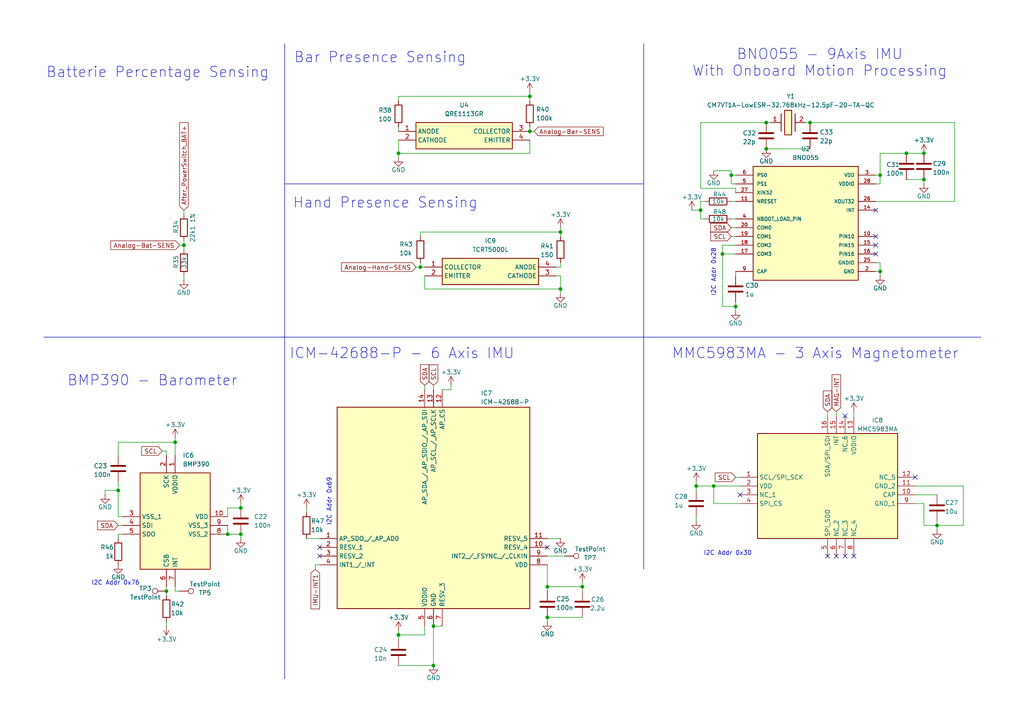
<source format=kicad_sch>
(kicad_sch (version 20231120) (generator "eeschema") (generator_version "8.0")
  (paper "A4")
  (title_block (title "Barbel Motion Tracker") (date "2024-08-16") (rev "1") (company "Thorben Horn"))
  (lib_symbols
    (symbol "BNO055:BNO055" (pin_names (offset 1.016))
      (property "Reference" "U" (at -14.7397 15.7562 0))
      (property "Value" "BNO055" (at -14.7607 -19.5962 0))
      (symbol "BNO055_0_0"
        (rectangle (start -15.24 15.24) (end 15.24 -17.78) (stroke (width 0.254)) (fill (type background)))
        (pin power_in line (at 20.32 -5.08 180) (length 5.08) (name "PIN10") (number "10"))
        (pin input line (at -20.32 5.08 0) (length 5.08) (name "NRESET") (number "11"))
        (pin output line (at 20.32 2.54 180) (length 5.08) (name "INT") (number "14"))
        (pin power_in line (at 20.32 -7.62 180) (length 5.08) (name "PIN15") (number "15"))
        (pin power_in line (at 20.32 -10.16 180) (length 5.08) (name "PIN16") (number "16"))
        (pin bidirectional line (at -20.32 -5.08 0) (length 5.08) (name "COM1") (number "19"))
        (pin power_in line (at 20.32 -15.24 180) (length 5.08) (name "GND") (number "2"))
        (pin bidirectional line (at -20.32 -2.54 0) (length 5.08) (name "COM0") (number "20"))
        (pin power_in line (at 20.32 -12.7 180) (length 5.08) (name "GNDIO") (number "25"))
        (pin output line (at 20.32 5.08 180) (length 5.08) (name "XOUT32") (number "26"))
        (pin input line (at -20.32 7.62 0) (length 5.08) (name "XIN32") (number "27"))
        (pin power_in line (at 20.32 10.16 180) (length 5.08) (name "VDDIO") (number "28"))
        (pin power_in line (at 20.32 12.7 180) (length 5.08) (name "VDD") (number "3"))
        (pin bidirectional line (at -20.32 0 0) (length 5.08) (name "NBOOT_LOAD_PIN") (number "4"))
        (pin input line (at -20.32 10.16 0) (length 5.08) (name "PS1") (number "5"))
        (pin input line (at -20.32 12.7 0) (length 5.08) (name "PS0") (number "6"))
        (pin passive line (at -20.32 -15.24 0) (length 5.08) (name "CAP") (number "9"))
      )
      (symbol "BNO055_1_0"
        (pin input line (at -20.32 -10.16 0) (length 5.08) (name "COM3") (number "17"))
        (pin input line (at -20.32 -7.62 0) (length 5.08) (name "COM2") (number "18"))
      )
    )
    (symbol "Connector:TestPoint" (pin_numbers hide) (pin_names (offset 0.762) hide)
      (property "Reference" "TP" (at 0 6.858 0))
      (property "Value" "TestPoint" (at 0 5.08 0))
      (symbol "TestPoint_0_1"
        (circle (center 0 3.302) (radius 0.762))
      )
      (symbol "TestPoint_1_1"
        (pin passive line (at 0 0 90) (length 2.54) (name "1") (number "1"))
      )
    )
    (symbol "Device:C" (pin_numbers hide) (pin_names (offset 0.254))
      (property "Reference" "C" (at 0.635 2.54 0))
      (property "Value" "C" (at 0.635 -2.54 0))
      (symbol "C_0_1"
        (polyline (pts (xy -2.032 -0.762) (xy 2.032 -0.762)) (stroke (width 0.508)))
        (polyline (pts (xy -2.032 0.762) (xy 2.032 0.762)) (stroke (width 0.508)))
      )
      (symbol "C_1_1"
        (pin passive line (at 0 3.81 270) (length 2.794) (name "~") (number "1"))
        (pin passive line (at 0 -3.81 90) (length 2.794) (name "~") (number "2"))
      )
    )
    (symbol "Device:R" (pin_numbers hide) (pin_names (offset 0))
      (property "Reference" "R" (at 2.032 0 90))
      (property "Value" "R" (at 0 0 90))
      (symbol "R_0_1"
        (rectangle (start -1.016 -2.54) (end 1.016 2.54) (stroke (width 0.254)))
      )
      (symbol "R_1_1"
        (pin passive line (at 0 3.81 270) (length 1.27) (name "~") (number "1"))
        (pin passive line (at 0 -3.81 90) (length 1.27) (name "~") (number "2"))
      )
    )
    (symbol "SamacSys_Parts:BMP390"
      (property "Reference" "IC" (at 26.67 17.78 0))
      (property "Value" "BMP390" (at 26.67 15.24 0))
      (symbol "BMP390_1_1"
        (rectangle (start 5.08 12.7) (end 25.4 -15.24) (stroke (width 0.254)) (fill (type background)))
        (pin passive line (at 15.24 17.78 270) (length 5.08) (name "VDDIO") (number "1"))
        (pin passive line (at 30.48 0 180) (length 5.08) (name "VDD") (number "10"))
        (pin passive line (at 12.7 17.78 270) (length 5.08) (name "SCK") (number "2"))
        (pin passive line (at 0 0 0) (length 5.08) (name "VSS_1") (number "3"))
        (pin passive line (at 0 -2.54 0) (length 5.08) (name "SDI") (number "4"))
        (pin passive line (at 0 -5.08 0) (length 5.08) (name "SDO") (number "5"))
        (pin passive line (at 12.7 -20.32 90) (length 5.08) (name "CSB") (number "6"))
        (pin passive line (at 15.24 -20.32 90) (length 5.08) (name "INT") (number "7"))
        (pin passive line (at 30.48 -5.08 180) (length 5.08) (name "VSS_2") (number "8"))
        (pin passive line (at 30.48 -2.54 180) (length 5.08) (name "VSS_3") (number "9"))
      )
    )
    (symbol "SamacSys_Parts:CM7VT1A-LowESR-32.768kHz-12.5pF-20-TA-QC" (pin_names hide)
      (property "Reference" "Y" (at 8.89 6.35 0))
      (property "Value" "CM7VT1A-LowESR-32.768kHz-12.5pF-20-TA-QC" (at 8.89 3.81 0))
      (symbol "CM7VT1A-LowESR-32.768kHz-12.5pF-20-TA-QC_1_1"
        (polyline (pts (xy 3.048 0) (xy 2.54 0)) (stroke (width 0.254)))
        (polyline (pts (xy 3.048 2.54) (xy 3.048 -2.54)) (stroke (width 0.254)))
        (polyline (pts (xy 7.112 0) (xy 7.62 0)) (stroke (width 0.254)))
        (polyline (pts (xy 7.112 2.54) (xy 7.112 -2.54)) (stroke (width 0.254)))
        (rectangle (start 4.064 3.556) (end 6.096 -3.556) (stroke (width 0.254)) (fill (type background)))
        (pin passive line (at 0 0 0) (length 2.54) (name "1") (number "1"))
        (pin passive line (at 10.16 0 180) (length 2.54) (name "2") (number "2"))
      )
    )
    (symbol "SamacSys_Parts:ICM-42688-P"
      (property "Reference" "IC" (at 62.23 43.18 0))
      (property "Value" "ICM-42688-P" (at 62.23 40.64 0))
      (symbol "ICM-42688-P_1_1"
        (rectangle (start 5.08 38.1) (end 60.96 -20.32) (stroke (width 0.254)) (fill (type background)))
        (pin passive line (at 0 0 0) (length 5.08) (name "AP_SDO_/_AP_AD0") (number "1"))
        (pin passive line (at 66.04 -2.54 180) (length 5.08) (name "RESV_4") (number "10"))
        (pin passive line (at 66.04 0 180) (length 5.08) (name "RESV_5") (number "11"))
        (pin passive line (at 35.56 43.18 270) (length 5.08) (name "AP_CS") (number "12"))
        (pin passive line (at 33.02 43.18 270) (length 5.08) (name "AP_SCL_/_AP_SCLK") (number "13"))
        (pin passive line (at 30.48 43.18 270) (length 5.08) (name "AP_SDA_/_AP_SDIO_/_AP_SDI") (number "14"))
        (pin passive line (at 0 -2.54 0) (length 5.08) (name "RESV_1") (number "2"))
        (pin passive line (at 0 -5.08 0) (length 5.08) (name "RESV_2") (number "3"))
        (pin passive line (at 0 -7.62 0) (length 5.08) (name "INT1_/_INT") (number "4"))
        (pin passive line (at 30.48 -25.4 90) (length 5.08) (name "VDDIO") (number "5"))
        (pin passive line (at 33.02 -25.4 90) (length 5.08) (name "GND") (number "6"))
        (pin passive line (at 35.56 -25.4 90) (length 5.08) (name "RESV_3") (number "7"))
        (pin passive line (at 66.04 -7.62 180) (length 5.08) (name "VDD") (number "8"))
        (pin passive line (at 66.04 -5.08 180) (length 5.08) (name "INT2_/_FSYNC_/_CLKIN") (number "9"))
      )
    )
    (symbol "SamacSys_Parts:MMC5983MA"
      (property "Reference" "IC" (at 36.83 25.4 0))
      (property "Value" "MMC5983MA" (at 36.83 22.86 0))
      (symbol "MMC5983MA_1_1"
        (rectangle (start 5.08 20.32) (end 35.56 -20.32) (stroke (width 0.254)) (fill (type background)))
        (pin passive line (at 22.86 25.4 270) (length 5.08) (name "SCL/SPI_SCK") (number "1"))
        (pin passive line (at 17.78 -25.4 90) (length 5.08) (name "CAP") (number "10"))
        (pin passive line (at 20.32 -25.4 90) (length 5.08) (name "GND_2") (number "11"))
        (pin passive line (at 22.86 -25.4 90) (length 5.08) (name "NC_5") (number "12"))
        (pin passive line (at 40.64 -7.62 180) (length 5.08) (name "VDDIO") (number "13"))
        (pin passive line (at 40.64 -5.08 180) (length 5.08) (name "NC_6") (number "14"))
        (pin passive line (at 40.64 -2.54 180) (length 5.08) (name "INT") (number "15"))
        (pin passive line (at 40.64 0 180) (length 5.08) (name "SDA/SPI_SDI") (number "16"))
        (pin passive line (at 20.32 25.4 270) (length 5.08) (name "VDD") (number "2"))
        (pin passive line (at 17.78 25.4 270) (length 5.08) (name "NC_1") (number "3"))
        (pin passive line (at 15.24 25.4 270) (length 5.08) (name "SPI_CS") (number "4"))
        (pin passive line (at 0 0 0) (length 5.08) (name "SPI_SDO") (number "5"))
        (pin passive line (at 0 -2.54 0) (length 5.08) (name "NC_2") (number "6"))
        (pin passive line (at 0 -5.08 0) (length 5.08) (name "NC_3") (number "7"))
        (pin passive line (at 0 -7.62 0) (length 5.08) (name "NC_4") (number "8"))
        (pin passive line (at 15.24 -25.4 90) (length 5.08) (name "GND_1") (number "9"))
      )
    )
    (symbol "SamacSys_Parts:QRE1113GR"
      (property "Reference" "U" (at 34.29 7.62 0))
      (property "Value" "QRE1113GR" (at 34.29 5.08 0))
      (symbol "QRE1113GR_1_1"
        (rectangle (start 5.08 2.54) (end 33.02 -5.08) (stroke (width 0.254)) (fill (type background)))
        (pin passive line (at 0 0 0) (length 5.08) (name "ANODE") (number "1"))
        (pin passive line (at 0 -2.54 0) (length 5.08) (name "CATHODE") (number "2"))
        (pin passive line (at 38.1 0 180) (length 5.08) (name "COLLECTOR") (number "3"))
        (pin passive line (at 38.1 -2.54 180) (length 5.08) (name "EMITTER") (number "4"))
      )
    )
    (symbol "SamacSys_Parts:TCRT5000L"
      (property "Reference" "IC" (at 34.29 7.62 0))
      (property "Value" "TCRT5000L" (at 34.29 5.08 0))
      (symbol "TCRT5000L_1_1"
        (rectangle (start 5.08 2.54) (end 33.02 -5.08) (stroke (width 0.254)) (fill (type background)))
        (pin passive line (at 0 0 0) (length 5.08) (name "COLLECTOR") (number "1"))
        (pin passive line (at 0 -2.54 0) (length 5.08) (name "EMITTER") (number "2"))
        (pin passive line (at 38.1 -2.54 180) (length 5.08) (name "CATHODE") (number "3"))
        (pin passive line (at 38.1 0 180) (length 5.08) (name "ANODE") (number "4"))
      )
    )
    (symbol "power:+3.3V" (power) (pin_numbers hide) (pin_names (offset 0) hide)
      (property "Value" "+3.3V" (at 0 3.556 0))
      (symbol "+3.3V_0_1"
        (polyline (pts (xy -0.762 1.27) (xy 0 2.54)))
        (polyline (pts (xy 0 0) (xy 0 2.54)))
        (polyline (pts (xy 0 2.54) (xy 0.762 1.27)))
      )
      (symbol "+3.3V_1_1"
        (pin power_in line (at 0 0 90) (length 0) (name "~") (number "1"))
      )
    )
    (symbol "power:GND" (power) (pin_numbers hide) (pin_names (offset 0) hide)
      (property "Value" "GND" (at 0 -3.81 0))
      (symbol "GND_0_1"
        (polyline (pts (xy 0 0) (xy 0 -1.27) (xy 1.27 -1.27) (xy 0 -2.54) (xy -1.27 -1.27) (xy 0 -1.27)))
      )
      (symbol "GND_1_1"
        (pin power_in line (at 0 0 270) (length 0) (name "~") (number "1"))
      )
    )
  )
  (junction (at 262.89 44.45))
  (junction (at 255.27 78.74))
  (junction (at 267.97 44.45))
  (junction (at 168.91 170.18))
  (junction (at 209.55 73.66))
  (junction (at 125.73 181.61))
  (junction (at 213.36 88.9))
  (junction (at 125.73 193.04))
  (junction (at 53.34 71.12))
  (junction (at 158.75 170.18))
  (junction (at 115.57 184.15))
  (junction (at 66.04 154.94))
  (junction (at 203.2 60.96))
  (junction (at 212.09 50.8))
  (junction (at 50.8 128.27))
  (junction (at 121.92 77.47))
  (junction (at 162.56 83.82))
  (junction (at 222.25 43.18))
  (junction (at 255.27 50.8))
  (junction (at 153.67 27.94))
  (junction (at 207.01 140.97))
  (junction (at 162.56 67.31))
  (junction (at 69.85 147.32))
  (junction (at 222.25 35.56))
  (junction (at 271.78 152.4))
  (junction (at 267.97 52.07))
  (junction (at 158.75 179.07))
  (junction (at 48.26 171.45))
  (junction (at 34.29 142.24))
  (junction (at 201.93 140.97))
  (junction (at 69.85 154.94))
  (junction (at 153.67 38.1))
  (junction (at 234.95 35.56))
  (junction (at 115.57 44.45))
  (no_connect (at 265.43 138.43))
  (no_connect (at 254 73.66))
  (no_connect (at 214.63 143.51))
  (no_connect (at 240.03 161.29))
  (no_connect (at 254 68.58))
  (no_connect (at 245.11 161.29))
  (no_connect (at 254 60.96))
  (no_connect (at 92.71 161.29))
  (no_connect (at 247.65 161.29))
  (no_connect (at 158.75 158.75))
  (no_connect (at 92.71 158.75))
  (no_connect (at 245.11 120.65))
  (no_connect (at 242.57 161.29))
  (no_connect (at 254 71.12))
  (wire (pts (xy 213.36 78.74) (xy 213.36 80.01)))
  (wire (pts (xy 123.19 83.82) (xy 162.56 83.82)))
  (wire (pts (xy 162.56 83.82) (xy 162.56 85.09)))
  (wire (pts (xy 50.8 171.45) (xy 52.07 171.45)))
  (wire (pts (xy 240.03 119.38) (xy 240.03 120.65)))
  (wire (pts (xy 161.29 80.01) (xy 162.56 80.01)))
  (wire (pts (xy 267.97 146.05) (xy 267.97 152.4)))
  (wire (pts (xy 123.19 184.15) (xy 115.57 184.15)))
  (wire (pts (xy 168.91 168.91) (xy 168.91 170.18)))
  (wire (pts (xy 203.2 58.42) (xy 203.2 60.96)))
  (wire (pts (xy 34.29 152.4) (xy 35.56 152.4)))
  (wire (pts (xy 212.09 58.42) (xy 213.36 58.42)))
  (wire (pts (xy 214.63 146.05) (xy 207.01 146.05)))
  (wire (pts (xy 115.57 193.04) (xy 125.73 193.04)))
  (wire (pts (xy 213.36 90.17) (xy 213.36 88.9)))
  (wire (pts (xy 52.07 71.12) (xy 53.34 71.12)))
  (wire (pts (xy 209.55 88.9) (xy 213.36 88.9)))
  (wire (pts (xy 203.2 54.61) (xy 213.36 54.61)))
  (wire (pts (xy 213.36 87.63) (xy 213.36 88.9)))
  (wire (pts (xy 130.81 113.03) (xy 128.27 113.03)))
  (wire (pts (xy 168.91 170.18) (xy 168.91 171.45)))
  (wire (pts (xy 69.85 154.94) (xy 69.85 156.21)))
  (wire (pts (xy 254 58.42) (xy 276.86 58.42)))
  (wire (pts (xy 48.26 170.18) (xy 48.26 171.45)))
  (wire (pts (xy 88.9 156.21) (xy 92.71 156.21)))
  (wire (pts (xy 279.4 152.4) (xy 271.78 152.4)))
  (wire (pts (xy 91.44 163.83) (xy 91.44 165.1)))
  (wire (pts (xy 34.29 142.24) (xy 34.29 149.86)))
  (wire (pts (xy 262.89 52.07) (xy 267.97 52.07)))
  (wire (pts (xy 125.73 181.61) (xy 125.73 193.04)))
  (wire (pts (xy 242.57 119.38) (xy 242.57 120.65)))
  (wire (pts (xy 212.09 50.8) (xy 213.36 50.8)))
  (wire (pts (xy 233.68 35.56) (xy 234.95 35.56)))
  (wire (pts (xy 48.26 180.34) (xy 48.26 181.61)))
  (wire (pts (xy 276.86 35.56) (xy 234.95 35.56)))
  (wire (pts (xy 203.2 60.96) (xy 203.2 63.5)))
  (wire (pts (xy 209.55 71.12) (xy 213.36 71.12)))
  (wire (pts (xy 200.66 60.96) (xy 203.2 60.96)))
  (wire (pts (xy 271.78 152.4) (xy 271.78 153.67)))
  (wire (pts (xy 69.85 146.05) (xy 69.85 147.32)))
  (wire (pts (xy 35.56 154.94) (xy 34.29 154.94)))
  (wire (pts (xy 115.57 27.94) (xy 153.67 27.94)))
  (wire (pts (xy 130.81 113.03) (xy 130.81 111.76)))
  (wire (pts (xy 115.57 36.83) (xy 115.57 38.1)))
  (wire (pts (xy 162.56 80.01) (xy 162.56 83.82)))
  (wire (pts (xy 222.25 35.56) (xy 223.52 35.56)))
  (wire (pts (xy 123.19 111.76) (xy 123.19 113.03)))
  (wire (pts (xy 255.27 50.8) (xy 254 50.8)))
  (wire (pts (xy 162.56 66.04) (xy 162.56 67.31)))
  (wire (pts (xy 115.57 27.94) (xy 115.57 29.21)))
  (wire (pts (xy 66.04 154.94) (xy 69.85 154.94)))
  (polyline (pts (xy 186.69 12.7) (xy 186.69 97.79)))
  (wire (pts (xy 121.92 67.31) (xy 162.56 67.31)))
  (polyline (pts (xy 82.55 97.79) (xy 82.55 196.85)))
  (wire (pts (xy 50.8 127) (xy 50.8 128.27)))
  (wire (pts (xy 201.93 139.7) (xy 201.93 140.97)))
  (wire (pts (xy 53.34 60.96) (xy 53.34 62.23)))
  (polyline (pts (xy 186.69 97.79) (xy 186.69 165.1)))
  (wire (pts (xy 222.25 43.18) (xy 234.95 43.18)))
  (wire (pts (xy 213.36 54.61) (xy 213.36 55.88)))
  (wire (pts (xy 209.55 73.66) (xy 209.55 88.9)))
  (wire (pts (xy 158.75 171.45) (xy 158.75 170.18)))
  (wire (pts (xy 162.56 77.47) (xy 162.56 76.2)))
  (wire (pts (xy 123.19 181.61) (xy 123.19 184.15)))
  (wire (pts (xy 46.99 130.81) (xy 48.26 130.81)))
  (wire (pts (xy 153.67 26.67) (xy 153.67 27.94)))
  (wire (pts (xy 207.01 140.97) (xy 214.63 140.97)))
  (wire (pts (xy 203.2 35.56) (xy 222.25 35.56)))
  (wire (pts (xy 34.29 139.7) (xy 34.29 142.24)))
  (wire (pts (xy 123.19 80.01) (xy 123.19 83.82)))
  (wire (pts (xy 161.29 77.47) (xy 162.56 77.47)))
  (wire (pts (xy 162.56 67.31) (xy 162.56 68.58)))
  (wire (pts (xy 50.8 170.18) (xy 50.8 171.45)))
  (wire (pts (xy 120.65 77.47) (xy 121.92 77.47)))
  (wire (pts (xy 53.34 80.01) (xy 53.34 81.28)))
  (wire (pts (xy 254 76.2) (xy 255.27 76.2)))
  (wire (pts (xy 212.09 68.58) (xy 213.36 68.58)))
  (wire (pts (xy 265.43 146.05) (xy 267.97 146.05)))
  (wire (pts (xy 212.09 66.04) (xy 213.36 66.04)))
  (wire (pts (xy 125.73 181.61) (xy 128.27 181.61)))
  (wire (pts (xy 153.67 40.64) (xy 153.67 44.45)))
  (wire (pts (xy 153.67 27.94) (xy 153.67 29.21)))
  (wire (pts (xy 262.89 44.45) (xy 267.97 44.45)))
  (wire (pts (xy 279.4 140.97) (xy 279.4 152.4)))
  (wire (pts (xy 158.75 180.34) (xy 158.75 179.07)))
  (wire (pts (xy 255.27 44.45) (xy 262.89 44.45)))
  (wire (pts (xy 212.09 53.34) (xy 213.36 53.34)))
  (wire (pts (xy 255.27 44.45) (xy 255.27 50.8)))
  (wire (pts (xy 158.75 170.18) (xy 158.75 163.83)))
  (wire (pts (xy 158.75 170.18) (xy 168.91 170.18)))
  (wire (pts (xy 207.01 146.05) (xy 207.01 140.97)))
  (wire (pts (xy 203.2 63.5) (xy 204.47 63.5)))
  (wire (pts (xy 254 78.74) (xy 255.27 78.74)))
  (wire (pts (xy 212.09 50.8) (xy 212.09 53.34)))
  (wire (pts (xy 125.73 111.76) (xy 125.73 113.03)))
  (wire (pts (xy 34.29 154.94) (xy 34.29 156.21)))
  (wire (pts (xy 209.55 71.12) (xy 209.55 73.66)))
  (wire (pts (xy 121.92 77.47) (xy 123.19 77.47)))
  (wire (pts (xy 265.43 140.97) (xy 279.4 140.97)))
  (polyline (pts (xy 82.55 53.34) (xy 186.69 53.34)))
  (polyline (pts (xy 82.55 12.7) (xy 82.55 97.79)))
  (wire (pts (xy 69.85 147.32) (xy 66.04 147.32)))
  (wire (pts (xy 30.48 142.24) (xy 30.48 143.51)))
  (wire (pts (xy 34.29 149.86) (xy 35.56 149.86)))
  (wire (pts (xy 53.34 71.12) (xy 53.34 72.39)))
  (wire (pts (xy 115.57 44.45) (xy 115.57 45.72)))
  (wire (pts (xy 34.29 142.24) (xy 30.48 142.24)))
  (wire (pts (xy 203.2 54.61) (xy 203.2 35.56)))
  (wire (pts (xy 271.78 151.13) (xy 271.78 152.4)))
  (wire (pts (xy 267.97 152.4) (xy 271.78 152.4)))
  (wire (pts (xy 209.55 73.66) (xy 213.36 73.66)))
  (wire (pts (xy 203.2 58.42) (xy 204.47 58.42)))
  (wire (pts (xy 158.75 179.07) (xy 168.91 179.07)))
  (wire (pts (xy 153.67 38.1) (xy 154.94 38.1)))
  (wire (pts (xy 34.29 128.27) (xy 34.29 132.08)))
  (wire (pts (xy 121.92 68.58) (xy 121.92 67.31)))
  (wire (pts (xy 115.57 44.45) (xy 153.67 44.45)))
  (wire (pts (xy 115.57 182.88) (xy 115.57 184.15)))
  (wire (pts (xy 115.57 184.15) (xy 115.57 185.42)))
  (wire (pts (xy 115.57 40.64) (xy 115.57 44.45)))
  (wire (pts (xy 88.9 147.32) (xy 88.9 148.59)))
  (wire (pts (xy 213.36 138.43) (xy 214.63 138.43)))
  (wire (pts (xy 212.09 50.8) (xy 212.09 49.53)))
  (wire (pts (xy 255.27 78.74) (xy 255.27 80.01)))
  (wire (pts (xy 53.34 69.85) (xy 53.34 71.12)))
  (wire (pts (xy 48.26 130.81) (xy 48.26 132.08)))
  (wire (pts (xy 201.93 149.86) (xy 201.93 151.13)))
  (wire (pts (xy 267.97 52.07) (xy 267.97 53.34)))
  (wire (pts (xy 201.93 140.97) (xy 201.93 142.24)))
  (wire (pts (xy 66.04 149.86) (xy 66.04 147.32)))
  (wire (pts (xy 158.75 156.21) (xy 162.56 156.21)))
  (wire (pts (xy 201.93 140.97) (xy 207.01 140.97)))
  (wire (pts (xy 158.75 161.29) (xy 163.83 161.29)))
  (wire (pts (xy 255.27 50.8) (xy 255.27 53.34)))
  (wire (pts (xy 212.09 63.5) (xy 213.36 63.5)))
  (wire (pts (xy 255.27 53.34) (xy 254 53.34)))
  (wire (pts (xy 48.26 171.45) (xy 48.26 172.72)))
  (wire (pts (xy 50.8 132.08) (xy 50.8 128.27)))
  (wire (pts (xy 92.71 163.83) (xy 91.44 163.83)))
  (wire (pts (xy 34.29 128.27) (xy 50.8 128.27)))
  (polyline (pts (xy 12.7 97.79) (xy 284.48 97.79)))
  (wire (pts (xy 121.92 76.2) (xy 121.92 77.47)))
  (wire (pts (xy 247.65 119.38) (xy 247.65 120.65)))
  (wire (pts (xy 207.01 49.53) (xy 212.09 49.53)))
  (wire (pts (xy 66.04 152.4) (xy 66.04 154.94)))
  (wire (pts (xy 153.67 36.83) (xy 153.67 38.1)))
  (wire (pts (xy 276.86 58.42) (xy 276.86 35.56)))
  (wire (pts (xy 255.27 76.2) (xy 255.27 78.74)))
  (wire (pts (xy 265.43 143.51) (xy 271.78 143.51)))
  (text "BMP390 - Barometer" (at 44.196 110.49 0) (effects (font (size 3 3))))
  (text "I2C Addr 0x28" (at 207.01 78.994 90) (effects (font (size 1.27 1.27))))
  (text "Batterie Percentage Sensing" (at 45.72 21.082 0) (effects (font (size 3 3))))
  (text "ICM-42688-P - 6 Axis IMU" (at 116.586 102.616 0) (effects (font (size 3 3))))
  (text "BNO055 - 9Axis IMU\nWith Onboard Motion Processing" (at 237.744 18.288 0) (effects (font (size 3 3))))
  (text "MMC5983MA - 3 Axis Magnetometer" (at 236.474 102.616 0) (effects (font (size 3 3))))
  (text "Hand Presence Sensing" (at 111.76 58.928 0) (effects (font (size 3 3))))
  (text "I2C Addr 0x69" (at 95.504 145.542 90) (effects (font (size 1.27 1.27))))
  (text "I2C Addr 0x76" (at 33.528 169.164 0) (effects (font (size 1.27 1.27))))
  (text "Bar Presence Sensing" (at 110.236 16.764 0) (effects (font (size 3 3))))
  (text "I2C Addr 0x30" (at 211.074 160.528 0) (effects (font (size 1.27 1.27))))
  (global_label "SCL" (shape input) (at 212.09 68.58 180) (property "Intersheetrefs" "${INTERSHEET_REFS}" (effects (hide yes))))
  (global_label "SDA" (shape input) (at 212.09 66.04 180) (property "Intersheetrefs" "${INTERSHEET_REFS}" (effects (hide yes))))
  (global_label "SCL" (shape input) (at 46.99 130.81 180) (property "Intersheetrefs" "${INTERSHEET_REFS}" (effects (hide yes))))
  (global_label "Analog-Bar-SENS" (shape input) (at 154.94 38.1 0) (property "Intersheetrefs" "${INTERSHEET_REFS}" (effects (hide yes))))
  (global_label "MAG-INT" (shape input) (at 242.57 119.38 90) (property "Intersheetrefs" "${INTERSHEET_REFS}" (effects (hide yes))))
  (global_label "After_PowerSwitch_BAT+" (shape input) (at 53.34 60.96 90) (property "Intersheetrefs" "${INTERSHEET_REFS}" (effects (hide yes))))
  (global_label "SCL" (shape input) (at 125.73 111.76 90) (property "Intersheetrefs" "${INTERSHEET_REFS}" (effects (hide yes))))
  (global_label "SDA" (shape input) (at 34.29 152.4 180) (property "Intersheetrefs" "${INTERSHEET_REFS}" (effects (hide yes))))
  (global_label "SCL" (shape input) (at 213.36 138.43 180) (property "Intersheetrefs" "${INTERSHEET_REFS}" (effects (hide yes))))
  (global_label "SDA" (shape input) (at 123.19 111.76 90) (property "Intersheetrefs" "${INTERSHEET_REFS}" (effects (hide yes))))
  (global_label "IMU-INT1" (shape input) (at 91.44 165.1 270) (property "Intersheetrefs" "${INTERSHEET_REFS}" (effects (hide yes))))
  (global_label "Analog-Hand-SENS" (shape input) (at 120.65 77.47 180) (property "Intersheetrefs" "${INTERSHEET_REFS}" (effects (hide yes))))
  (global_label "Analog-Bat-SENS" (shape input) (at 52.07 71.12 180) (property "Intersheetrefs" "${INTERSHEET_REFS}" (effects (hide yes))))
  (global_label "SDA" (shape input) (at 240.03 119.38 90) (property "Intersheetrefs" "${INTERSHEET_REFS}" (effects (hide yes))))
  (symbol (lib_id "Device:R") (at 153.67 33.02 0) (unit 1)
    (property "Reference" "R40" (at 155.448 31.75 0) (effects (justify left)))
    (property "Value" "100k" (at 155.448 34.29 0) (effects (justify left)))
    (property "Footprint" "Resistor_SMD:R_0603_1608Metric" (effects (hide yes)))
    (property "Description" "Resistor" (effects (hide yes)))
    (property "MANUFACTURER" "https://www.mouser.de/ProductDetail/KOA-Speer/RK73B1JTTD104J?qs=oWZKZnQ95OoPzlg%252BHmLYKg%3D%3D" (effects (hide yes)))
  )
  (symbol (lib_id "power:GND") (at 267.97 53.34 0) (unit 1)
    (property "Reference" "#PWR067" (effects (hide yes)))
    (property "Value" "GND" (at 267.97 56.896 0))
    (property "Description" "Power symbol creates a global label with name \"GND\" , ground" (effects (hide yes)))
  )
  (symbol (lib_id "power:GND") (at 125.73 193.04 0) (unit 1)
    (property "Reference" "#PWR051" (effects (hide yes)))
    (property "Value" "GND" (at 125.73 196.596 0))
    (property "Description" "Power symbol creates a global label with name \"GND\" , ground" (effects (hide yes)))
  )
  (symbol (lib_id "power:GND") (at 115.57 45.72 0) (unit 1)
    (property "Reference" "#PWR040" (effects (hide yes)))
    (property "Value" "GND" (at 115.57 49.276 0))
    (property "Description" "Power symbol creates a global label with name \"GND\" , ground" (effects (hide yes)))
  )
  (symbol (lib_id "power:+3.3V") (at 267.97 44.45 0) (unit 1)
    (property "Reference" "#PWR068" (effects (hide yes)))
    (property "Value" "+3.3V" (at 267.97 40.64 0))
    (property "Description" "Power symbol creates a global label with name \"+3.3V\"" (effects (hide yes)))
  )
  (symbol (lib_id "power:GND") (at 30.48 143.51 0) (unit 1)
    (property "Reference" "#PWR045" (effects (hide yes)))
    (property "Value" "GND" (at 30.48 147.066 0))
    (property "Description" "Power symbol creates a global label with name \"GND\" , ground" (effects (hide yes)))
  )
  (symbol (lib_id "power:GND") (at 69.85 156.21 0) (unit 1)
    (property "Reference" "#PWR044" (effects (hide yes)))
    (property "Value" "GND" (at 69.85 159.766 0))
    (property "Description" "Power symbol creates a global label with name \"GND\" , ground" (effects (hide yes)))
  )
  (symbol (lib_id "power:+3.3V") (at 168.91 168.91 0) (unit 1)
    (property "Reference" "#PWR055" (effects (hide yes)))
    (property "Value" "+3.3V" (at 168.91 165.1 0))
    (property "Description" "Power symbol creates a global label with name \"+3.3V\"" (effects (hide yes)))
  )
  (symbol (lib_id "SamacSys_Parts:CM7VT1A-LowESR-32.768kHz-12.5pF-20-TA-QC") (at 223.52 35.56 0) (unit 1)
    (property "Reference" "Y1" (at 229.362 27.94 0))
    (property "Value" "CM7VT1A-LowESR-32.768kHz-12.5pF-20-TA-QC" (at 229.362 30.48 0))
    (property "Footprint" "SamacSys_Parts:CM7V32768TBQA020" (effects (hide yes)))
    (property "Datasheet" "https://www.mouser.de/datasheet/2/530/CM7V-T1A_Low-ESR-1023066.pdf" (effects (hide yes)))
    (property "Description" "CM7V-T1A Crystal SMD 32.768kHz 3.2x1.5mm Crystal 32.768kHz, +/-10ppm, 2-Pin SMD, 3.2 x 1.5 x 0.65mm" (effects (hide yes)))
    (property "Height" "0.65" (effects (hide yes)))
    (property "Mouser Part Number" "428-202740-MG01" (effects (hide yes)))
    (property "Mouser Price/Stock" "https://www.mouser.co.uk/ProductDetail/Micro-Crystal/CM7VT1A-LowESR-32.768kHz-12.5pF-20-TA-QC?qs=7bTaA%2FLYtSb9sGyaSoscAA%3D%3D" (effects (hide yes)))
    (property "Manufacturer_Name" "Micro Crystal AG" (effects (hide yes)))
    (property "Manufacturer_Part_Number" "CM7VT1A-LowESR-32.768kHz-12.5pF-20-TA-QC" (effects (hide yes)))
    (property "MANUFACTURER" "https://www.mouser.de/ProductDetail/Micro-Crystal/CM7VT1A-LowESR-32.768kHz-12.5pF-20-TA-QC?qs=7bTaA%2FLYtSb9sGyaSoscAA%3D%3D" (effects (hide yes)))
  )
  (symbol (lib_id "Device:R") (at 34.29 160.02 0) (mirror y) (unit 1)
    (property "Reference" "R46" (at 33.02 158.75 0) (effects (justify left)))
    (property "Value" "1k" (at 33.02 161.29 0) (effects (justify left)))
    (property "Footprint" "Resistor_SMD:R_0603_1608Metric" (effects (hide yes)))
    (property "Description" "Resistor" (effects (hide yes)))
    (property "MANUFACTURER" "https://www.mouser.de/ProductDetail/SEI-Stackpole/RMCF0603JT1K00?qs=FESYatJ8odK3lrUeqnFxyg%3D%3D" (effects (hide yes)))
  )
  (symbol (lib_id "power:+3.3V") (at 69.85 146.05 0) (unit 1)
    (property "Reference" "#PWR049" (effects (hide yes)))
    (property "Value" "+3.3V" (at 69.85 142.24 0))
    (property "Description" "Power symbol creates a global label with name \"+3.3V\"" (effects (hide yes)))
  )
  (symbol (lib_id "power:+3.3V") (at 88.9 147.32 0) (unit 1)
    (property "Reference" "#PWR057" (effects (hide yes)))
    (property "Value" "+3.3V" (at 88.9 143.51 0))
    (property "Description" "Power symbol creates a global label with name \"+3.3V\"" (effects (hide yes)))
  )
  (symbol (lib_id "Connector:TestPoint") (at 52.07 171.45 270) (unit 1)
    (property "Reference" "TP5" (at 59.436 171.958 90))
    (property "Value" "TestPoint" (at 59.436 169.418 90))
    (property "Footprint" "TestPoint:TestPoint_Pad_D1.0mm" (effects (hide yes)))
    (property "Description" "test point" (effects (hide yes)))
    (property "MANUFACTURER" "x" (effects (hide yes)))
  )
  (symbol (lib_id "SamacSys_Parts:TCRT5000L") (at 123.19 77.47 0) (unit 1)
    (property "Reference" "IC9" (at 142.24 69.85 0))
    (property "Value" "TCRT5000L" (at 142.24 72.39 0))
    (property "Footprint" "SamacSys_Parts:TCRT5000L" (effects (hide yes)))
    (property "Datasheet" "https://datasheet.datasheetarchive.com/originals/distributors/Datasheets-310/86882.pdf" (effects (hide yes)))
    (property "Description" "Photointerrupter Reflective Phototransi Vishay TCRT5000L PCB Through Hole Reflective Optical Sensor, Transistor Output 2, Leaded Package" (effects (hide yes)))
    (property "Mouser Part Number" "782-TCRT5000L" (effects (hide yes)))
    (property "Mouser Price/Stock" "https://www.mouser.co.uk/ProductDetail/Vishay-Semiconductors/TCRT5000L?qs=%2Fjqivxn91cdBAizhsWilRQ%3D%3D" (effects (hide yes)))
    (property "Manufacturer_Name" "Vishay" (effects (hide yes)))
    (property "Manufacturer_Part_Number" "TCRT5000L" (effects (hide yes)))
    (property "MANUFACTURER" "x" (effects (hide yes)))
  )
  (symbol (lib_id "power:+3.3V") (at 153.67 26.67 0) (unit 1)
    (property "Reference" "#PWR039" (effects (hide yes)))
    (property "Value" "+3.3V" (at 153.67 22.86 0))
    (property "Description" "Power symbol creates a global label with name \"+3.3V\"" (effects (hide yes)))
  )
  (symbol (lib_id "Device:R") (at 162.56 72.39 0) (unit 1)
    (property "Reference" "R41" (at 156.718 71.374 0) (effects (justify left)))
    (property "Value" "150" (at 156.718 73.914 0) (effects (justify left)))
    (property "Footprint" "Resistor_SMD:R_1206_3216Metric" (effects (hide yes)))
    (property "Description" "Resistor" (effects (hide yes)))
    (property "MANUFACTURER" "https://www.mouser.de/ProductDetail/SEI-Stackpole/RMCF1206FT150R?qs=FESYatJ8odLkolV8r9Jutw%3D%3D" (effects (hide yes)))
  )
  (symbol (lib_id "power:GND") (at 207.01 49.53 0) (unit 1)
    (property "Reference" "#PWR072" (effects (hide yes)))
    (property "Value" "GND" (at 207.01 53.086 0))
    (property "Description" "Power symbol creates a global label with name \"GND\" , ground" (effects (hide yes)))
  )
  (symbol (lib_id "power:+3.3V") (at 130.81 111.76 0) (unit 1)
    (property "Reference" "#PWR056" (effects (hide yes)))
    (property "Value" "+3.3V" (at 130.81 107.95 0))
    (property "Description" "Power symbol creates a global label with name \"+3.3V\"" (effects (hide yes)))
  )
  (symbol (lib_id "power:GND") (at 162.56 156.21 0) (unit 1)
    (property "Reference" "#PWR052" (effects (hide yes)))
    (property "Value" "GND" (at 162.56 159.766 0))
    (property "Description" "Power symbol creates a global label with name \"GND\" , ground" (effects (hide yes)))
  )
  (symbol (lib_id "Device:C") (at 201.93 146.05 0) (unit 1)
    (property "Reference" "C28" (at 195.58 144.018 0) (effects (justify left)))
    (property "Value" "1u" (at 195.58 146.558 0) (effects (justify left)))
    (property "Footprint" "Capacitor_SMD:C_0603_1608Metric" (effects (hide yes)))
    (property "Description" "Unpolarized capacitor" (effects (hide yes)))
    (property "MANUFACTURER" "https://www.mouser.de/ProductDetail/Samsung-Electro-Mechanics/CL10B105KB8NQNC?qs=Jm2GQyTW%2FbjBq1uiSyA2AQ%3D%3D" (effects (hide yes)))
  )
  (symbol (lib_id "Device:R") (at 121.92 72.39 0) (unit 1)
    (property "Reference" "R43" (at 115.824 70.866 0) (effects (justify left)))
    (property "Value" "10k" (at 115.824 73.406 0) (effects (justify left)))
    (property "Footprint" "Resistor_SMD:R_0603_1608Metric" (effects (hide yes)))
    (property "Description" "Resistor" (effects (hide yes)))
    (property "MANUFACTURER" "https://www.mouser.de/ProductDetail/Bourns/CR0603-FX-1002ELF?qs=sGAEpiMZZMtlubZbdhIBIB2E0CzLGwMI9GXOCnit%2Fjs%3D" (effects (hide yes)))
  )
  (symbol (lib_id "Device:C") (at 34.29 135.89 0) (unit 1)
    (property "Reference" "C23" (at 27.178 135.128 0) (effects (justify left)))
    (property "Value" "100n" (at 27.178 137.668 0) (effects (justify left)))
    (property "Footprint" "Capacitor_SMD:C_0603_1608Metric" (effects (hide yes)))
    (property "Description" "Unpolarized capacitor" (effects (hide yes)))
    (property "MANUFACTURER" "https://www.mouser.de/ProductDetail/KYOCERA-AVX/KAM15AR71C104KM?qs=Jm2GQyTW%2FbjvjfiJhcHTCg%3D%3D" (effects (hide yes)))
  )
  (symbol (lib_id "power:+3.3V") (at 200.66 60.96 0) (unit 1)
    (property "Reference" "#PWR058" (effects (hide yes)))
    (property "Value" "+3.3V" (at 200.66 57.15 0))
    (property "Description" "Power symbol creates a global label with name \"+3.3V\"" (effects (hide yes)))
  )
  (symbol (lib_id "power:+3.3V") (at 50.8 127 0) (unit 1)
    (property "Reference" "#PWR046" (effects (hide yes)))
    (property "Value" "+3.3V" (at 50.8 123.19 0))
    (property "Description" "Power symbol creates a global label with name \"+3.3V\"" (effects (hide yes)))
  )
  (symbol (lib_id "Device:C") (at 168.91 175.26 0) (unit 1)
    (property "Reference" "C26" (at 173.355 173.863 0))
    (property "Value" "2.2u" (at 173.355 176.403 0))
    (property "Footprint" "Capacitor_SMD:C_0603_1608Metric" (effects (hide yes)))
    (property "Description" "Unpolarized capacitor" (effects (hide yes)))
    (property "MANUFACTURER" "https://www.mouser.de/ProductDetail/Murata-Electronics/GRM188Z71E225ME43D?qs=Ey7%2FXF42M3d7CNtJRoF6Lg%3D%3D" (effects (hide yes)))
  )
  (symbol (lib_id "Connector:TestPoint") (at 48.26 171.45 90) (unit 1)
    (property "Reference" "TP3" (at 42.164 170.688 90))
    (property "Value" "TestPoint" (at 42.164 173.228 90))
    (property "Footprint" "TestPoint:TestPoint_Pad_D1.0mm" (effects (hide yes)))
    (property "Description" "test point" (effects (hide yes)))
    (property "MANUFACTURER" "x" (effects (hide yes)))
  )
  (symbol (lib_id "Device:C") (at 262.89 48.26 0) (unit 1)
    (property "Reference" "C31" (at 257.048 47.752 0) (effects (justify left)))
    (property "Value" "100n" (at 257.048 50.292 0) (effects (justify left)))
    (property "Footprint" "Capacitor_SMD:C_0603_1608Metric" (effects (hide yes)))
    (property "Description" "Unpolarized capacitor" (effects (hide yes)))
    (property "MANUFACTURER" "https://www.mouser.de/ProductDetail/KYOCERA-AVX/KAM15AR71C104KM?qs=Jm2GQyTW%2FbjvjfiJhcHTCg%3D%3D" (effects (hide yes)))
  )
  (symbol (lib_id "Device:C") (at 158.75 175.26 0) (unit 1)
    (property "Reference" "C25" (at 161.29 173.736 0) (effects (justify left)))
    (property "Value" "100n" (at 161.29 176.276 0) (effects (justify left)))
    (property "Footprint" "Capacitor_SMD:C_0603_1608Metric" (effects (hide yes)))
    (property "Description" "Unpolarized capacitor" (effects (hide yes)))
    (property "MANUFACTURER" "https://www.mouser.de/ProductDetail/KYOCERA-AVX/KAM15AR71C104KM?qs=Jm2GQyTW%2FbjvjfiJhcHTCg%3D%3D" (effects (hide yes)))
  )
  (symbol (lib_id "Device:C") (at 222.25 39.37 0) (unit 1)
    (property "Reference" "C32" (at 215.392 38.608 0) (effects (justify left)))
    (property "Value" "22p" (at 215.392 41.148 0) (effects (justify left)))
    (property "Footprint" "Capacitor_SMD:C_0402_1005Metric" (effects (hide yes)))
    (property "Description" "Unpolarized capacitor" (effects (hide yes)))
    (property "MANUFACTURER" "https://www.mouser.de/ProductDetail/Murata-Electronics/GRM0225C1H220GA02L?qs=lEfY3O89AqnY%252B04n7ziL7Q%3D%3D" (effects (hide yes)))
  )
  (symbol (lib_id "Device:R") (at 48.26 176.53 0) (unit 1)
    (property "Reference" "R42" (at 49.53 175.26 0) (effects (justify left)))
    (property "Value" "10k" (at 49.53 177.8 0) (effects (justify left)))
    (property "Footprint" "Resistor_SMD:R_0603_1608Metric" (effects (hide yes)))
    (property "Description" "Resistor" (effects (hide yes)))
    (property "MANUFACTURER" "https://www.mouser.de/ProductDetail/Bourns/CR0603-FX-1002ELF?qs=sGAEpiMZZMtlubZbdhIBIB2E0CzLGwMI9GXOCnit%2Fjs%3D" (effects (hide yes)))
  )
  (symbol (lib_id "power:GND") (at 255.27 80.01 0) (unit 1)
    (property "Reference" "#PWR065" (effects (hide yes)))
    (property "Value" "GND" (at 255.27 83.566 0))
    (property "Description" "Power symbol creates a global label with name \"GND\" , ground" (effects (hide yes)))
  )
  (symbol (lib_id "Device:R") (at 208.28 58.42 270) (unit 1)
    (property "Reference" "R44" (at 206.756 56.388 90) (effects (justify left)))
    (property "Value" "10k" (at 206.502 58.42 90) (effects (justify left)))
    (property "Footprint" "Resistor_SMD:R_0603_1608Metric" (effects (hide yes)))
    (property "Description" "Resistor" (effects (hide yes)))
    (property "MANUFACTURER" "https://www.mouser.de/ProductDetail/Bourns/CR0603-FX-1002ELF?qs=sGAEpiMZZMtlubZbdhIBIB2E0CzLGwMI9GXOCnit%2Fjs%3D" (effects (hide yes)))
  )
  (symbol (lib_id "power:+3.3V") (at 48.26 181.61 180) (unit 1)
    (property "Reference" "#PWR050" (effects (hide yes)))
    (property "Value" "+3.3V" (at 48.26 185.42 0))
    (property "Description" "Power symbol creates a global label with name \"+3.3V\"" (effects (hide yes)))
  )
  (symbol (lib_id "power:+3.3V") (at 201.93 139.7 0) (unit 1)
    (property "Reference" "#PWR061" (effects (hide yes)))
    (property "Value" "+3.3V" (at 201.93 135.89 0))
    (property "Description" "Power symbol creates a global label with name \"+3.3V\"" (effects (hide yes)))
  )
  (symbol (lib_id "power:GND") (at 201.93 151.13 0) (unit 1)
    (property "Reference" "#PWR060" (effects (hide yes)))
    (property "Value" "GND" (at 201.93 154.686 0))
    (property "Description" "Power symbol creates a global label with name \"GND\" , ground" (effects (hide yes)))
  )
  (symbol (lib_id "power:GND") (at 34.29 163.83 0) (unit 1)
    (property "Reference" "#PWR048" (effects (hide yes)))
    (property "Value" "GND" (at 34.29 167.386 0))
    (property "Description" "Power symbol creates a global label with name \"GND\" , ground" (effects (hide yes)))
  )
  (symbol (lib_id "power:GND") (at 271.78 153.67 0) (unit 1)
    (property "Reference" "#PWR062" (effects (hide yes)))
    (property "Value" "GND" (at 271.78 157.226 0))
    (property "Description" "Power symbol creates a global label with name \"GND\" , ground" (effects (hide yes)))
  )
  (symbol (lib_id "power:+3.3V") (at 162.56 66.04 0) (unit 1)
    (property "Reference" "#PWR042" (effects (hide yes)))
    (property "Value" "+3.3V" (at 162.56 62.23 0))
    (property "Description" "Power symbol creates a global label with name \"+3.3V\"" (effects (hide yes)))
  )
  (symbol (lib_id "Device:R") (at 53.34 76.2 180) (unit 1)
    (property "Reference" "R35" (at 51.054 75.946 90))
    (property "Value" "33k" (at 53.34 76.2 90))
    (property "Footprint" "Resistor_SMD:R_0603_1608Metric" (effects (hide yes)))
    (property "Description" "Resistor" (effects (hide yes)))
    (property "MANUFACTURER" "https://www.mouser.de/ProductDetail/KOA-Speer/RK73B1JTTD333J?qs=%2FOohP41rbXaftY6cZIVy0A%3D%3D" (effects (hide yes)))
  )
  (symbol (lib_id "power:GND") (at 213.36 90.17 0) (unit 1)
    (property "Reference" "#PWR070" (effects (hide yes)))
    (property "Value" "GND" (at 213.36 93.726 0))
    (property "Description" "Power symbol creates a global label with name \"GND\" , ground" (effects (hide yes)))
  )
  (symbol (lib_id "BNO055:BNO055") (at 233.68 63.5 0) (unit 1)
    (property "Reference" "U2" (at 233.68 43.18 0))
    (property "Value" "BNO055" (at 233.68 45.72 0))
    (property "Footprint" "BNO055:LGA28R50P4X10_380X520X100" (effects (hide yes)))
    (property "MF" "Bosch" (effects (hide yes)))
    (property "Description_1" "\nBNO055 series Accelerometer, Gyroscope, Magnetometer, 3 Axis Sensor Evaluation Board\n" (effects (hide yes)))
    (property "Package" "LGA-28 Bosch" (effects (hide yes)))
    (property "Price" "None" (effects (hide yes)))
    (property "Check_prices" "https://www.snapeda.com/parts/BNO055/Bosch+Sensortec/view-part/?ref=eda" (effects (hide yes)))
    (property "SnapEDA_Link" "https://www.snapeda.com/parts/BNO055/Bosch+Sensortec/view-part/?ref=snap" (effects (hide yes)))
    (property "MP" "BNO055" (effects (hide yes)))
    (property "Purchase-URL" "https://www.snapeda.com/api/url_track_click_mouser/?unipart_id=51961&manufacturer=Bosch&part_name=BNO055&search_term=bno055" (effects (hide yes)))
    (property "Availability" "In Stock" (effects (hide yes)))
    (property "MANUFACTURER" "https://www.mouser.de/ProductDetail/Bosch-Sensortec/BNO055?qs=QhAb4EtQfbV8Z2YmISucWw%3D%3D" (effects (hide yes)))
  )
  (symbol (lib_id "SamacSys_Parts:MMC5983MA") (at 240.03 161.29 90) (unit 1)
    (property "Reference" "IC8" (at 254.508 121.92 90))
    (property "Value" "MMC5983MA" (at 254.508 124.46 90))
    (property "Footprint" "SamacSys_Parts:MMC5983MA" (effects (hide yes)))
    (property "Description" "3-AXIS MAGNETIC SENSOR" (effects (hide yes)))
    (property "Height" "1" (effects (hide yes)))
    (property "Mouser Part Number" "438-MMC5983MA" (effects (hide yes)))
    (property "Mouser Price/Stock" "https://www.mouser.co.uk/ProductDetail/MEMSIC/MMC5983MA?qs=B6kkDfuK7%2FD5qasHMdEt2g%3D%3D" (effects (hide yes)))
    (property "Manufacturer_Name" "MEMSIC" (effects (hide yes)))
    (property "Manufacturer_Part_Number" "MMC5983MA" (effects (hide yes)))
    (property "MANUFACTURER" "https://www.mouser.de/ProductDetail/MEMSIC/MMC5983MA?qs=B6kkDfuK7%2FD5qasHMdEt2g%3D%3D" (effects (hide yes)))
  )
  (symbol (lib_id "Device:R") (at 88.9 152.4 0) (unit 1)
    (property "Reference" "R47" (at 90.17 151.13 0) (effects (justify left)))
    (property "Value" "10k" (at 90.17 153.67 0) (effects (justify left)))
    (property "Footprint" "Resistor_SMD:R_0603_1608Metric" (effects (hide yes)))
    (property "Description" "Resistor" (effects (hide yes)))
    (property "MANUFACTURER" "https://www.mouser.de/ProductDetail/Bourns/CR0603-FX-1002ELF?qs=sGAEpiMZZMtlubZbdhIBIB2E0CzLGwMI9GXOCnit%2Fjs%3D" (effects (hide yes)))
  )
  (symbol (lib_id "Device:R") (at 208.28 63.5 270) (unit 1)
    (property "Reference" "R48" (at 206.756 61.468 90) (effects (justify left)))
    (property "Value" "10k" (at 206.502 63.5 90) (effects (justify left)))
    (property "Footprint" "Resistor_SMD:R_0603_1608Metric" (effects (hide yes)))
    (property "Description" "Resistor" (effects (hide yes)))
    (property "MANUFACTURER" "https://www.mouser.de/ProductDetail/Bourns/CR0603-FX-1002ELF?qs=sGAEpiMZZMtlubZbdhIBIB2E0CzLGwMI9GXOCnit%2Fjs%3D" (effects (hide yes)))
  )
  (symbol (lib_id "Device:C") (at 234.95 39.37 0) (unit 1)
    (property "Reference" "C33" (at 237.744 38.354 0) (effects (justify left)))
    (property "Value" "22p" (at 237.744 40.894 0) (effects (justify left)))
    (property "Footprint" "Capacitor_SMD:C_0402_1005Metric" (effects (hide yes)))
    (property "Description" "Unpolarized capacitor" (effects (hide yes)))
    (property "MANUFACTURER" "https://www.mouser.de/ProductDetail/Murata-Electronics/GRM0225C1H220GA02L?qs=lEfY3O89AqnY%252B04n7ziL7Q%3D%3D" (effects (hide yes)))
  )
  (symbol (lib_id "Device:R") (at 53.34 66.04 180) (unit 1)
    (property "Reference" "R34" (at 51.054 65.786 90))
    (property "Value" "22k1 1%" (at 55.88 66.04 90))
    (property "Footprint" "Resistor_SMD:R_0603_1608Metric" (effects (hide yes)))
    (property "Description" "Resistor" (effects (hide yes)))
    (property "MANUFACTURER" "https://www.mouser.de/ProductDetail/KOA-Speer/RK73H1JTTDD2212F?qs=yhN9UBOZCcXTDCmlZ%2FUvTA%3D%3D" (effects (hide yes)))
  )
  (symbol (lib_id "Connector:TestPoint") (at 163.83 161.29 270) (unit 1)
    (property "Reference" "TP7" (at 171.196 161.798 90))
    (property "Value" "TestPoint" (at 171.196 159.258 90))
    (property "Footprint" "TestPoint:TestPoint_Pad_D1.0mm" (effects (hide yes)))
    (property "Description" "test point" (effects (hide yes)))
    (property "MANUFACTURER" "x" (effects (hide yes)))
  )
  (symbol (lib_id "power:GND") (at 222.25 43.18 0) (unit 1)
    (property "Reference" "#PWR047" (effects (hide yes)))
    (property "Value" "GND" (at 222.25 46.736 0))
    (property "Description" "Power symbol creates a global label with name \"GND\" , ground" (effects (hide yes)))
  )
  (symbol (lib_id "Device:R") (at 115.57 33.02 0) (unit 1)
    (property "Reference" "R38" (at 109.728 32.004 0) (effects (justify left)))
    (property "Value" "100" (at 109.728 34.544 0) (effects (justify left)))
    (property "Footprint" "Resistor_SMD:R_1206_3216Metric" (effects (hide yes)))
    (property "Description" "Resistor" (effects (hide yes)))
    (property "MANUFACTURER" "https://www.mouser.de/ProductDetail/SEI-Stackpole/RMCF1206JT100R?qs=FESYatJ8odIDFuaDoQ34dA%3D%3D" (effects (hide yes)))
  )
  (symbol (lib_id "power:GND") (at 158.75 180.34 0) (unit 1)
    (property "Reference" "#PWR054" (effects (hide yes)))
    (property "Value" "GND" (at 158.75 183.896 0))
    (property "Description" "Power symbol creates a global label with name \"GND\" , ground" (effects (hide yes)))
  )
  (symbol (lib_id "Device:C") (at 69.85 151.13 0) (unit 1)
    (property "Reference" "C22" (at 73.66 149.8599 0) (effects (justify left)))
    (property "Value" "100n" (at 73.66 152.3999 0) (effects (justify left)))
    (property "Footprint" "Capacitor_SMD:C_0603_1608Metric" (effects (hide yes)))
    (property "Description" "Unpolarized capacitor" (effects (hide yes)))
    (property "MANUFACTURER" "https://www.mouser.de/ProductDetail/KYOCERA-AVX/KAM15AR71C104KM?qs=Jm2GQyTW%2FbjvjfiJhcHTCg%3D%3D" (effects (hide yes)))
  )
  (symbol (lib_id "Device:C") (at 213.36 83.82 0) (unit 1)
    (property "Reference" "C30" (at 216.154 82.804 0) (effects (justify left)))
    (property "Value" "1u" (at 216.154 85.344 0) (effects (justify left)))
    (property "Footprint" "Capacitor_SMD:C_0603_1608Metric" (effects (hide yes)))
    (property "Description" "Unpolarized capacitor" (effects (hide yes)))
    (property "MANUFACTURER" "https://www.mouser.de/ProductDetail/Samsung-Electro-Mechanics/CL10B105KB8NQNC?qs=Jm2GQyTW%2FbjBq1uiSyA2AQ%3D%3D" (effects (hide yes)))
  )
  (symbol (lib_id "power:+3.3V") (at 247.65 119.38 0) (unit 1)
    (property "Reference" "#PWR059" (effects (hide yes)))
    (property "Value" "+3.3V" (at 247.65 115.57 0))
    (property "Description" "Power symbol creates a global label with name \"+3.3V\"" (effects (hide yes)))
  )
  (symbol (lib_id "power:+3.3V") (at 115.57 182.88 0) (unit 1)
    (property "Reference" "#PWR053" (effects (hide yes)))
    (property "Value" "+3.3V" (at 115.57 179.07 0))
    (property "Description" "Power symbol creates a global label with name \"+3.3V\"" (effects (hide yes)))
  )
  (symbol (lib_id "Device:C") (at 115.57 189.23 0) (unit 1)
    (property "Reference" "C24" (at 108.458 188.468 0) (effects (justify left)))
    (property "Value" "10n" (at 108.458 191.008 0) (effects (justify left)))
    (property "Footprint" "Capacitor_SMD:C_0603_1608Metric" (effects (hide yes)))
    (property "Description" "Unpolarized capacitor" (effects (hide yes)))
    (property "MANUFACTURER" "https://www.mouser.de/ProductDetail/TDK/C1608X7R1H103M080AA?qs=NRhsANhppD8KC0T4gWRD1A%3D%3D" (effects (hide yes)))
  )
  (symbol (lib_id "SamacSys_Parts:ICM-42688-P") (at 92.71 156.21 0) (unit 1)
    (property "Reference" "IC7" (at 139.446 114.046 0) (effects (justify left)))
    (property "Value" "ICM-42688-P" (at 139.446 116.586 0) (effects (justify left)))
    (property "Footprint" "SamacSys_Parts:IIM42352" (effects (hide yes)))
    (property "Datasheet" "https://3cfeqx1hf82y3xcoull08ihx-wpengine.netdna-ssl.com/wp-content/uploads/2021/06/DS-000347-ICM-42688-P-v1.5.pdf" (effects (hide yes)))
    (property "Description" "IMU (Inertial Measurement Unit), 6-Axis, Accelerometer, Gyroscope" (effects (hide yes)))
    (property "Mouser Part Number" "410-ICM-42688-P" (effects (hide yes)))
    (property "Mouser Price/Stock" "https://www.mouser.co.uk/ProductDetail/TDK-InvenSense/ICM-42688-P?qs=OlC7AqGiEDk8QrNAV728zw%3D%3D" (effects (hide yes)))
    (property "Manufacturer_Name" "TDK" (effects (hide yes)))
    (property "Manufacturer_Part_Number" "ICM-42688-P" (effects (hide yes)))
    (property "MANUFACTURER" "https://www.mouser.de/ProductDetail/TDK-InvenSense/ICM-42688-P?qs=OlC7AqGiEDk8QrNAV728zw%3D%3D" (effects (hide yes)))
  )
  (symbol (lib_id "Device:C") (at 267.97 48.26 0) (unit 1)
    (property "Reference" "C29" (at 270.51 47.498 0) (effects (justify left)))
    (property "Value" "100n" (at 270.51 50.038 0) (effects (justify left)))
    (property "Footprint" "Capacitor_SMD:C_0603_1608Metric" (effects (hide yes)))
    (property "Description" "Unpolarized capacitor" (effects (hide yes)))
    (property "MANUFACTURER" "https://www.mouser.de/ProductDetail/KYOCERA-AVX/KAM15AR71C104KM?qs=Jm2GQyTW%2FbjvjfiJhcHTCg%3D%3D" (effects (hide yes)))
  )
  (symbol (lib_id "power:GND") (at 53.34 81.28 0) (unit 1)
    (property "Reference" "#PWR036" (effects (hide yes)))
    (property "Value" "GND" (at 53.34 84.836 0))
    (property "Description" "Power symbol creates a global label with name \"GND\" , ground" (effects (hide yes)))
  )
  (symbol (lib_id "Device:C") (at 271.78 147.32 0) (unit 1)
    (property "Reference" "C27" (at 274.066 145.796 0) (effects (justify left)))
    (property "Value" "10u" (at 274.066 148.336 0) (effects (justify left)))
    (property "Footprint" "Capacitor_SMD:C_0805_2012Metric" (effects (hide yes)))
    (property "Description" "Unpolarized capacitor" (effects (hide yes)))
    (property "MANUFACTURER" "https://www.mouser.de/ProductDetail/Murata-Electronics/GRM21BZ71E106KE15K?qs=Ey7%2FXF42M3ceEkXCU194qQ%3D%3D" (effects (hide yes)))
  )
  (symbol (lib_id "SamacSys_Parts:BMP390") (at 35.56 149.86 0) (unit 1)
    (property "Reference" "IC6" (at 52.9941 132.08 0) (effects (justify left)))
    (property "Value" "BMP390" (at 52.9941 134.62 0) (effects (justify left)))
    (property "Footprint" "SamacSys_Parts:BMP390" (effects (hide yes)))
    (property "Datasheet" "https://www.bosch-sensortec.com/media/boschsensortec/downloads/datasheets/bst-bmp390-ds002.pdf" (effects (hide yes)))
    (property "Description" "Board Mount Pressure Sensors" (effects (hide yes)))
    (property "Height" "0.8" (effects (hide yes)))
    (property "Mouser Part Number" "262-BMP390" (effects (hide yes)))
    (property "Mouser Price/Stock" "https://www.mouser.co.uk/ProductDetail/Bosch-Sensortec/BMP390?qs=QNEnbhJQKvYQVfvRMgo2YA%3D%3D" (effects (hide yes)))
    (property "Manufacturer_Name" "BOSCH" (effects (hide yes)))
    (property "Manufacturer_Part_Number" "BMP390" (effects (hide yes)))
    (property "MANUFACTURER" "https://www.mouser.de/ProductDetail/Bosch-Sensortec/BMP390?qs=QNEnbhJQKvYQVfvRMgo2YA%3D%3D" (effects (hide yes)))
  )
  (symbol (lib_id "SamacSys_Parts:QRE1113GR") (at 115.57 38.1 0) (unit 1)
    (property "Reference" "U4" (at 134.62 30.48 0))
    (property "Value" "QRE1113GR" (at 134.62 33.02 0))
    (property "Footprint" "SamacSys_Parts:QRE1113GR" (effects (hide yes)))
    (property "Datasheet" "http://www.onsemi.com/pub/Collateral/QRE1113-D.PDF" (effects (hide yes)))
    (property "Description" "ON SEMICONDUCTOR - QRE1113GR - OPTO SWITCH, REFLECTIVE" (effects (hide yes)))
    (property "Mouser Part Number" "512-QRE1113GR" (effects (hide yes)))
    (property "Mouser Price/Stock" "https://www.mouser.co.uk/ProductDetail/onsemi-Fairchild/QRE1113GR?qs=Qb0BA3xILekkPpSVC5x7uQ%3D%3D" (effects (hide yes)))
    (property "Manufacturer_Name" "onsemi" (effects (hide yes)))
    (property "Manufacturer_Part_Number" "QRE1113GR" (effects (hide yes)))
    (property "MANUFACTURER" "https://www.mouser.de/ProductDetail/onsemi-Fairchild/QRE1113GR?qs=Qb0BA3xILekkPpSVC5x7uQ%3D%3D" (effects (hide yes)))
  )
  (symbol (lib_id "power:GND") (at 162.56 85.09 0) (unit 1)
    (property "Reference" "#PWR041" (effects (hide yes)))
    (property "Value" "GND" (at 162.56 88.646 0))
    (property "Description" "Power symbol creates a global label with name \"GND\" , ground" (effects (hide yes)))
  )
)
</source>
